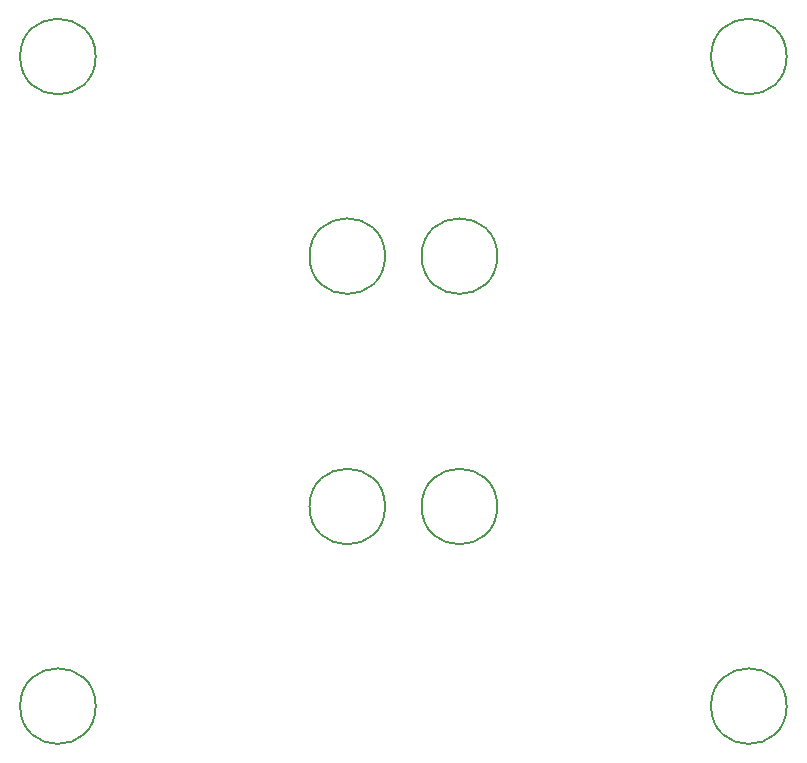
<source format=gbr>
%TF.GenerationSoftware,KiCad,Pcbnew,7.0.6*%
%TF.CreationDate,2023-12-17T00:49:34+09:00*%
%TF.ProjectId,MotorDriver_TB6612FNG_20230704,4d6f746f-7244-4726-9976-65725f544236,rev?*%
%TF.SameCoordinates,Original*%
%TF.FileFunction,Other,Comment*%
%FSLAX46Y46*%
G04 Gerber Fmt 4.6, Leading zero omitted, Abs format (unit mm)*
G04 Created by KiCad (PCBNEW 7.0.6) date 2023-12-17 00:49:34*
%MOMM*%
%LPD*%
G01*
G04 APERTURE LIST*
%ADD10C,0.150000*%
G04 APERTURE END LIST*
D10*
%TO.C,REF\u002A\u002A*%
X78450000Y-71300000D02*
G75*
G03*
X78450000Y-71300000I-3200000J0D01*
G01*
X102950000Y-109400000D02*
G75*
G03*
X102950000Y-109400000I-3200000J0D01*
G01*
X112450000Y-88200000D02*
G75*
G03*
X112450000Y-88200000I-3200000J0D01*
G01*
X102950000Y-88200000D02*
G75*
G03*
X102950000Y-88200000I-3200000J0D01*
G01*
X78450000Y-126300000D02*
G75*
G03*
X78450000Y-126300000I-3200000J0D01*
G01*
X136950000Y-126300000D02*
G75*
G03*
X136950000Y-126300000I-3200000J0D01*
G01*
X136950000Y-71300000D02*
G75*
G03*
X136950000Y-71300000I-3200000J0D01*
G01*
X112450000Y-109400000D02*
G75*
G03*
X112450000Y-109400000I-3200000J0D01*
G01*
%TD*%
M02*

</source>
